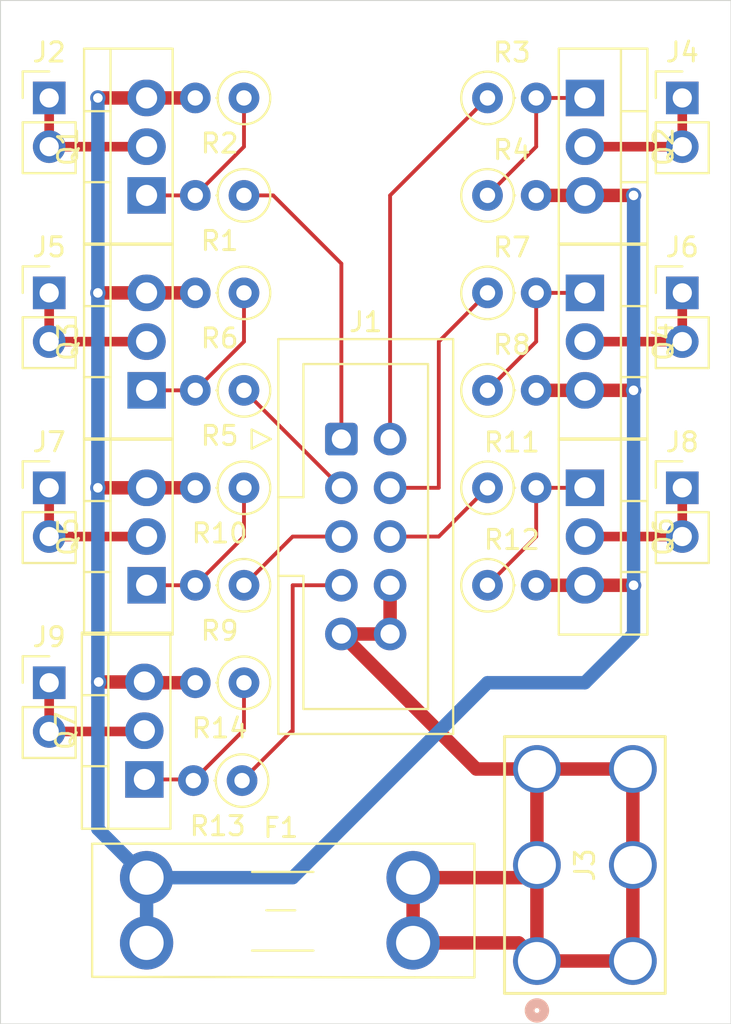
<source format=kicad_pcb>
(kicad_pcb (version 20241229) (generator "pcbnew") (generator_version "9.0")
  (layers (0 "F.Cu" signal) (2 "B.Cu" signal) (13 "F.Paste" user) (15 "B.Paste" user) (5 "F.SilkS" user "F.Silkscreen") (7 "B.SilkS" user "B.Silkscreen") (1 "F.Mask" user) (3 "B.Mask" user) (25 "Edge.Cuts" user))
  (net 0 "")
  (net 1 "GND")
  (net 2 "/Mosfet8ChannelSlice/MosfetChannel/m_gnd")
  (net 3 "/Mosfet8ChannelSlice/in6")
  (net 4 "/Mosfet8ChannelSlice/in1")
  (net 5 "/Mosfet8ChannelSlice/in3")
  (net 6 "/Mosfet8ChannelSlice/in4")
  (net 7 "/Mosfet8ChannelSlice/in7")
  (net 8 "/Mosfet8ChannelSlice/in5")
  (net 9 "/Mosfet8ChannelSlice/in2")
  (net 10 "/Mosfet8ChannelSlice/out7")
  (net 11 "/Mosfet8ChannelSlice/out4")
  (net 12 "/Mosfet8ChannelSlice/out6")
  (net 13 "/Mosfet8ChannelSlice/out3")
  (net 14 "/Mosfet8ChannelSlice/out1")
  (net 15 "/Mosfet8ChannelSlice/out2")
  (net 16 "/Mosfet8ChannelSlice/out5")
  (net 17 "/Mosfet8ChannelSlice/MosfetChannel/gate")
  (net 18 "/Mosfet8ChannelSlice/MosfetChannel1/gate")
  (net 19 "/Mosfet8ChannelSlice/MosfetChannel2/gate")
  (net 20 "/Mosfet8ChannelSlice/MosfetChannel3/gate")
  (net 21 "/Mosfet8ChannelSlice/MosfetChannel4/gate")
  (net 22 "/Mosfet8ChannelSlice/MosfetChannel5/gate")
  (net 23 "/Mosfet8ChannelSlice/MosfetChannel6/gate")
  (footprint "Connector_PinHeader_2.54mm:PinHeader_1x02_P2.54mm_Vertical" (layer "F.Cu") (at 60.96 33.02)
    (property "Reference" "J6" (at 0 -2.38 0) (layer "F.SilkS"))
    (property "Value" "Conn_01x02" (hide yes))
    (fp_line (start -1.38 -1.38) (end 0 -1.38) (stroke (width 0.12)) (layer "F.SilkS"))
    (fp_line (start -1.38 0) (end -1.38 -1.38) (stroke (width 0.12)) (layer "F.SilkS"))
    (fp_line (start -1.38 1.27) (end -1.38 3.92) (stroke (width 0.12)) (layer "F.SilkS"))
    (fp_line (start -1.38 1.27) (end 1.38 1.27) (stroke (width 0.12)) (layer "F.SilkS"))
    (fp_line (start -1.38 3.92) (end 1.38 3.92) (stroke (width 0.12)) (layer "F.SilkS"))
    (fp_line (start 1.38 1.27) (end 1.38 3.92) (stroke (width 0.12)) (layer "F.SilkS"))
    (pad "1" thru_hole rect (at 0 0) (size 1.7 1.7) (drill 1) (layers "*.Cu" "*.Mask") (net 11 "/Mosfet8ChannelSlice/out4"))
    (pad "2" thru_hole circle (at 0 2.54) (size 1.7 1.7) (drill 1) (layers "*.Cu" "*.Mask") (net 11 "/Mosfet8ChannelSlice/out4"))
  )
  (footprint "Connector_PinHeader_2.54mm:PinHeader_1x02_P2.54mm_Vertical" (layer "F.Cu") (at 27.94 22.86)
    (property "Reference" "J2" (at 0 -2.38 0) (layer "F.SilkS"))
    (property "Value" "Conn_01x02" (hide yes))
    (fp_line (start -1.38 -1.38) (end 0 -1.38) (stroke (width 0.12)) (layer "F.SilkS"))
    (fp_line (start -1.38 0) (end -1.38 -1.38) (stroke (width 0.12)) (layer "F.SilkS"))
    (fp_line (start -1.38 1.27) (end -1.38 3.92) (stroke (width 0.12)) (layer "F.SilkS"))
    (fp_line (start -1.38 1.27) (end 1.38 1.27) (stroke (width 0.12)) (layer "F.SilkS"))
    (fp_line (start -1.38 3.92) (end 1.38 3.92) (stroke (width 0.12)) (layer "F.SilkS"))
    (fp_line (start 1.38 1.27) (end 1.38 3.92) (stroke (width 0.12)) (layer "F.SilkS"))
    (pad "1" thru_hole rect (at 0 0) (size 1.7 1.7) (drill 1) (layers "*.Cu" "*.Mask") (net 14 "/Mosfet8ChannelSlice/out1"))
    (pad "2" thru_hole circle (at 0 2.54) (size 1.7 1.7) (drill 1) (layers "*.Cu" "*.Mask") (net 14 "/Mosfet8ChannelSlice/out1"))
  )
  (footprint "Connector_PinHeader_2.54mm:PinHeader_1x02_P2.54mm_Vertical" (layer "F.Cu") (at 60.96 43.18)
    (property "Reference" "J8" (at 0 -2.38 0) (layer "F.SilkS"))
    (property "Value" "Conn_01x02" (hide yes))
    (fp_line (start -1.38 -1.38) (end 0 -1.38) (stroke (width 0.12)) (layer "F.SilkS"))
    (fp_line (start -1.38 0) (end -1.38 -1.38) (stroke (width 0.12)) (layer "F.SilkS"))
    (fp_line (start -1.38 1.27) (end -1.38 3.92) (stroke (width 0.12)) (layer "F.SilkS"))
    (fp_line (start -1.38 1.27) (end 1.38 1.27) (stroke (width 0.12)) (layer "F.SilkS"))
    (fp_line (start -1.38 3.92) (end 1.38 3.92) (stroke (width 0.12)) (layer "F.SilkS"))
    (fp_line (start 1.38 1.27) (end 1.38 3.92) (stroke (width 0.12)) (layer "F.SilkS"))
    (pad "1" thru_hole rect (at 0 0) (size 1.7 1.7) (drill 1) (layers "*.Cu" "*.Mask") (net 12 "/Mosfet8ChannelSlice/out6"))
    (pad "2" thru_hole circle (at 0 2.54) (size 1.7 1.7) (drill 1) (layers "*.Cu" "*.Mask") (net 12 "/Mosfet8ChannelSlice/out6"))
  )
  (footprint "Resistor_THT:R_Axial_DIN0207_L6.3mm_D2.5mm_P2.54mm_Vertical" (layer "F.Cu") (at 50.8 48.26)
    (property "Reference" "R12" (at 1.27 -2.37 0) (layer "F.SilkS"))
    (property "Value" "100K")
    (fp_line (start 1.37 0) (end 1.44 0) (stroke (width 0.12)) (layer "F.SilkS"))
    (fp_circle (center 0 0) (end 1.37 0) (stroke (width 0.12)) (fill no) (layer "F.SilkS"))
    (pad "1" thru_hole circle (at 0 0) (size 1.6 1.6) (drill 0.8) (layers "*.Cu" "*.Mask") (net 22 "/Mosfet8ChannelSlice/MosfetChannel5/gate"))
    (pad "2" thru_hole circle (at 2.54 0) (size 1.6 1.6) (drill 0.8) (layers "*.Cu" "*.Mask") (net 2 "/Mosfet8ChannelSlice/MosfetChannel/m_gnd"))
  )
  (footprint "Package_TO_SOT_THT:TO-220-3_Vertical" (layer "F.Cu") (at 32.905 58.380002 90)
    (property "Reference" "Q7" (at 2.54 -4.100001 90) (layer "F.SilkS"))
    (property "Value" "IRLZ44N" (hide yes))
    (fp_line (start 7.649999 -3.260001) (end 7.650001 1.359997) (stroke (width 0.12)) (layer "F.SilkS"))
    (fp_line (start 4.39 -3.259999) (end 4.390001 -1.879999) (stroke (width 0.12)) (layer "F.SilkS"))
    (fp_line (start -2.569999 -3.259999) (end 7.649999 -3.260001) (stroke (width 0.12)) (layer "F.SilkS"))
    (fp_line (start 0.690002 -3.259998) (end 0.69 -1.880002) (stroke (width 0.12)) (layer "F.SilkS"))
    (fp_line (start -2.57 -1.879998) (end 7.650001 -1.879999) (stroke (width 0.12)) (layer "F.SilkS"))
    (fp_line (start 7.650001 1.359997) (end -2.57 1.360001) (stroke (width 0.12)) (layer "F.SilkS"))
    (fp_line (start -2.57 1.360001) (end -2.569999 -3.259999) (stroke (width 0.12)) (layer "F.SilkS"))
    (pad "1" thru_hole rect (at 0 0 90) (size 1.905 2) (drill 1.1) (layers "*.Cu" "*.Mask") (net 23 "/Mosfet8ChannelSlice/MosfetChannel6/gate"))
    (pad "2" thru_hole oval (at 2.540002 -0.000003 90) (size 1.905 2) (drill 1.1) (layers "*.Cu" "*.Mask") (net 10 "/Mosfet8ChannelSlice/out7"))
    (pad "3" thru_hole oval (at 5.08 0 90) (size 1.905 2) (drill 1.1) (layers "*.Cu" "*.Mask") (net 2 "/Mosfet8ChannelSlice/MosfetChannel/m_gnd"))
  )
  (footprint "Resistor_THT:R_Axial_DIN0207_L6.3mm_D2.5mm_P2.54mm_Vertical" (layer "F.Cu") (at 37.999998 58.440001 180)
    (property "Reference" "R13" (at 1.27 -2.369999 0) (layer "F.SilkS"))
    (property "Value" "47R")
    (fp_line (start 1.37 0) (end 1.440003 -0.000001) (stroke (width 0.12)) (layer "F.SilkS"))
    (fp_circle (center 0 0) (end 1.37 0) (stroke (width 0.12)) (fill no) (layer "F.SilkS"))
    (pad "1" thru_hole circle (at 0 0 180) (size 1.6 1.6) (drill 0.8) (layers "*.Cu" "*.Mask") (net 7 "/Mosfet8ChannelSlice/in7"))
    (pad "2" thru_hole circle (at 2.540002 -0.000003 180) (size 1.6 1.6) (drill 0.8) (layers "*.Cu" "*.Mask") (net 23 "/Mosfet8ChannelSlice/MosfetChannel6/gate"))
  )
  (footprint "Connector_IDC:IDC-Header_2x05_P2.54mm_Vertical" (layer "F.Cu") (at 43.18 40.64)
    (property "Reference" "J1" (at 1.27 -6.1 0) (layer "F.SilkS"))
    (property "Value" "Inputs 1-7")
    (fp_line (start -4.68 -0.5) (end -4.68 0.5) (stroke (width 0.12)) (layer "F.SilkS"))
    (fp_line (start -4.68 0.5) (end -3.68 0) (stroke (width 0.12)) (layer "F.SilkS"))
    (fp_line (start -3.68 0) (end -4.68 -0.5) (stroke (width 0.12)) (layer "F.SilkS"))
    (fp_line (start -3.29 -5.21) (end 5.83 -5.21) (stroke (width 0.12)) (layer "F.SilkS"))
    (fp_line (start -3.29 3.03) (end -1.98 3.03) (stroke (width 0.12)) (layer "F.SilkS"))
    (fp_line (start -3.29 15.37) (end -3.29 -5.21) (stroke (width 0.12)) (layer "F.SilkS"))
    (fp_line (start -1.98 -3.91) (end 4.52 -3.91) (stroke (width 0.12)) (layer "F.SilkS"))
    (fp_line (start -1.98 3.03) (end -1.98 -3.91) (stroke (width 0.12)) (layer "F.SilkS"))
    (fp_line (start -1.98 7.13) (end -3.29 7.13) (stroke (width 0.12)) (layer "F.SilkS"))
    (fp_line (start -1.98 7.13) (end -1.98 7.13) (stroke (width 0.12)) (layer "F.SilkS"))
    (fp_line (start -1.98 14.07) (end -1.98 7.13) (stroke (width 0.12)) (layer "F.SilkS"))
    (fp_line (start 4.52 -3.91) (end 4.52 14.07) (stroke (width 0.12)) (layer "F.SilkS"))
    (fp_line (start 4.52 14.07) (end -1.98 14.07) (stroke (width 0.12)) (layer "F.SilkS"))
    (fp_line (start 5.83 -5.21) (end 5.83 15.37) (stroke (width 0.12)) (layer "F.SilkS"))
    (fp_line (start 5.83 15.37) (end -3.29 15.37) (stroke (width 0.12)) (layer "F.SilkS"))
    (pad "1" thru_hole roundrect (at 0 0) (size 1.7 1.7) (drill 1) (layers "*.Cu" "*.Mask") (roundrect_rratio 0.147059) (net 4 "/Mosfet8ChannelSlice/in1"))
    (pad "2" thru_hole circle (at 2.54 0) (size 1.7 1.7) (drill 1) (layers "*.Cu" "*.Mask") (net 9 "/Mosfet8ChannelSlice/in2"))
    (pad "3" thru_hole circle (at 0 2.54) (size 1.7 1.7) (drill 1) (layers "*.Cu" "*.Mask") (net 5 "/Mosfet8ChannelSlice/in3"))
    (pad "4" thru_hole circle (at 2.54 2.54) (size 1.7 1.7) (drill 1) (layers "*.Cu" "*.Mask") (net 6 "/Mosfet8ChannelSlice/in4"))
    (pad "5" thru_hole circle (at 0 5.08) (size 1.7 1.7) (drill 1) (layers "*.Cu" "*.Mask") (net 8 "/Mosfet8ChannelSlice/in5"))
    (pad "6" thru_hole circle (at 2.54 5.08) (size 1.7 1.7) (drill 1) (layers "*.Cu" "*.Mask") (net 3 "/Mosfet8ChannelSlice/in6"))
    (pad "7" thru_hole circle (at 0 7.62) (size 1.7 1.7) (drill 1) (layers "*.Cu" "*.Mask") (net 7 "/Mosfet8ChannelSlice/in7"))
    (pad "8" thru_hole circle (at 2.54 7.62) (size 1.7 1.7) (drill 1) (layers "*.Cu" "*.Mask") (net 1 "GND"))
    (pad "9" thru_hole circle (at 0 10.16) (size 1.7 1.7) (drill 1) (layers "*.Cu" "*.Mask") (net 1 "GND"))
    (pad "10" thru_hole circle (at 2.54 10.16) (size 1.7 1.7) (drill 1) (layers "*.Cu" "*.Mask") (net 1 "GND"))
  )
  (footprint "Resistor_THT:R_Axial_DIN0207_L6.3mm_D2.5mm_P2.54mm_Vertical" (layer "F.Cu") (at 38.099998 27.939998 180)
    (property "Reference" "R1" (at 1.270002 -2.370001 0) (layer "F.SilkS"))
    (property "Value" "47R")
    (fp_line (start 1.37 0) (end 1.440003 -0.000001) (stroke (width 0.12)) (layer "F.SilkS"))
    (fp_circle (center 0 0) (end 1.37 0) (stroke (width 0.12)) (fill no) (layer "F.SilkS"))
    (pad "1" thru_hole circle (at 0 0 180) (size 1.6 1.6) (drill 0.8) (layers "*.Cu" "*.Mask") (net 4 "/Mosfet8ChannelSlice/in1"))
    (pad "2" thru_hole circle (at 2.540003 0.000001 180) (size 1.6 1.6) (drill 0.8) (layers "*.Cu" "*.Mask") (net 17 "/Mosfet8ChannelSlice/MosfetChannel/gate"))
  )
  (footprint "Package_TO_SOT_THT:TO-220-3_Vertical" (layer "F.Cu") (at 55.88 22.86 -90)
    (property "Reference" "Q2" (at 2.54 -4.100001 90) (layer "F.SilkS"))
    (property "Value" "IRLZ44N")
    (fp_line (start 7.650001 1.36) (end -2.57 1.359999) (stroke (width 0.12)) (layer "F.SilkS"))
    (fp_line (start -2.57 1.359999) (end -2.57 -3.260001) (stroke (width 0.12)) (layer "F.SilkS"))
    (fp_line (start -2.57 -1.879998) (end 7.649999 -1.88) (stroke (width 0.12)) (layer "F.SilkS"))
    (fp_line (start 4.39 -3.259999) (end 4.389999 -1.88) (stroke (width 0.12)) (layer "F.SilkS"))
    (fp_line (start 0.69 -3.26) (end 0.690001 -1.88) (stroke (width 0.12)) (layer "F.SilkS"))
    (fp_line (start 7.650001 -3.26) (end 7.650001 1.36) (stroke (width 0.12)) (layer "F.SilkS"))
    (fp_line (start -2.57 -3.260001) (end 7.650001 -3.26) (stroke (width 0.12)) (layer "F.SilkS"))
    (pad "1" thru_hole rect (at 0 0 270) (size 1.905 2) (drill 1.1) (layers "*.Cu" "*.Mask") (net 18 "/Mosfet8ChannelSlice/MosfetChannel1/gate"))
    (pad "2" thru_hole oval (at 2.540001 -0.000001 270) (size 1.905 2) (drill 1.1) (layers "*.Cu" "*.Mask") (net 15 "/Mosfet8ChannelSlice/out2"))
    (pad "3" thru_hole oval (at 5.08 0 270) (size 1.905 2) (drill 1.1) (layers "*.Cu" "*.Mask") (net 2 "/Mosfet8ChannelSlice/MosfetChannel/m_gnd"))
  )
  (footprint "Package_TO_SOT_THT:TO-220-3_Vertical" (layer "F.Cu") (at 33.02 38.1 90)
    (property "Reference" "Q3" (at 2.54 -4.100001 90) (layer "F.SilkS"))
    (property "Value" "IRLZ44N")
    (fp_line (start 7.649999 -3.260001) (end 7.65 1.359999) (stroke (width 0.12)) (layer "F.SilkS"))
    (fp_line (start 4.39 -3.259999) (end 4.390001 -1.88) (stroke (width 0.12)) (layer "F.SilkS"))
    (fp_line (start -2.569999 -3.259999) (end 7.649999 -3.260001) (stroke (width 0.12)) (layer "F.SilkS"))
    (fp_line (start 0.690002 -3.259998) (end 0.69 -1.880002) (stroke (width 0.12)) (layer "F.SilkS"))
    (fp_line (start -2.57 -1.879998) (end 7.650001 -1.879999) (stroke (width 0.12)) (layer "F.SilkS"))
    (fp_line (start 7.65 1.359999) (end -2.57 1.360001) (stroke (width 0.12)) (layer "F.SilkS"))
    (fp_line (start -2.57 1.360001) (end -2.569999 -3.259999) (stroke (width 0.12)) (layer "F.SilkS"))
    (pad "1" thru_hole rect (at 0 0 90) (size 1.905 2) (drill 1.1) (layers "*.Cu" "*.Mask") (net 19 "/Mosfet8ChannelSlice/MosfetChannel2/gate"))
    (pad "2" thru_hole oval (at 2.540002 -0.000003 90) (size 1.905 2) (drill 1.1) (layers "*.Cu" "*.Mask") (net 13 "/Mosfet8ChannelSlice/out3"))
    (pad "3" thru_hole oval (at 5.08 0 90) (size 1.905 2) (drill 1.1) (layers "*.Cu" "*.Mask") (net 2 "/Mosfet8ChannelSlice/MosfetChannel/m_gnd"))
  )
  (footprint "Resistor_THT:R_Axial_DIN0207_L6.3mm_D2.5mm_P2.54mm_Vertical" (layer "F.Cu") (at 50.8 27.94)
    (property "Reference" "R4" (at 1.27 -2.37 0) (layer "F.SilkS"))
    (property "Value" "100K")
    (fp_line (start 1.37 0) (end 1.44 0) (stroke (width 0.12)) (layer "F.SilkS"))
    (fp_circle (center 0 0) (end 1.37 0) (stroke (width 0.12)) (fill no) (layer "F.SilkS"))
    (pad "1" thru_hole circle (at 0 0) (size 1.6 1.6) (drill 0.8) (layers "*.Cu" "*.Mask") (net 18 "/Mosfet8ChannelSlice/MosfetChannel1/gate"))
    (pad "2" thru_hole circle (at 2.54 0) (size 1.6 1.6) (drill 0.8) (layers "*.Cu" "*.Mask") (net 2 "/Mosfet8ChannelSlice/MosfetChannel/m_gnd"))
  )
  (footprint "Resistor_THT:R_Axial_DIN0207_L6.3mm_D2.5mm_P2.54mm_Vertical" (layer "F.Cu") (at 38.1 53.34 180)
    (property "Reference" "R14" (at 1.27 -2.369999 0) (layer "F.SilkS"))
    (property "Value" "100K")
    (fp_line (start 1.37 0) (end 1.440003 -0.000001) (stroke (width 0.12)) (layer "F.SilkS"))
    (fp_circle (center 0 0) (end 1.37 0) (stroke (width 0.12)) (fill no) (layer "F.SilkS"))
    (pad "1" thru_hole circle (at 0 0 180) (size 1.6 1.6) (drill 0.8) (layers "*.Cu" "*.Mask") (net 23 "/Mosfet8ChannelSlice/MosfetChannel6/gate"))
    (pad "2" thru_hole circle (at 2.540002 -0.000003 180) (size 1.6 1.6) (drill 0.8) (layers "*.Cu" "*.Mask") (net 2 "/Mosfet8ChannelSlice/MosfetChannel/m_gnd"))
  )
  (footprint "Resistor_THT:R_Axial_DIN0207_L6.3mm_D2.5mm_P2.54mm_Vertical" (layer "F.Cu") (at 38.099998 48.259998 180)
    (property "Reference" "R9" (at 1.270002 -2.370001 0) (layer "F.SilkS"))
    (property "Value" "47R" (hide yes))
    (fp_line (start 1.37 0) (end 1.440003 -0.000001) (stroke (width 0.12)) (layer "F.SilkS"))
    (fp_circle (center 0 0) (end 1.37 0) (stroke (width 0.12)) (fill no) (layer "F.SilkS"))
    (pad "1" thru_hole circle (at 0 0 180) (size 1.6 1.6) (drill 0.8) (layers "*.Cu" "*.Mask") (net 8 "/Mosfet8ChannelSlice/in5"))
    (pad "2" thru_hole circle (at 2.540003 0.000001 180) (size 1.6 1.6) (drill 0.8) (layers "*.Cu" "*.Mask") (net 21 "/Mosfet8ChannelSlice/MosfetChannel4/gate"))
  )
  (footprint "Connector_PinHeader_2.54mm:PinHeader_1x02_P2.54mm_Vertical" (layer "F.Cu") (at 27.94 43.18)
    (property "Reference" "J7" (at 0 -2.38 0) (layer "F.SilkS"))
    (property "Value" "Conn_01x02" (hide yes))
    (fp_line (start -1.38 -1.38) (end 0 -1.38) (stroke (width 0.12)) (layer "F.SilkS"))
    (fp_line (start -1.38 0) (end -1.38 -1.38) (stroke (width 0.12)) (layer "F.SilkS"))
    (fp_line (start -1.38 1.27) (end -1.38 3.92) (stroke (width 0.12)) (layer "F.SilkS"))
    (fp_line (start -1.38 1.27) (end 1.38 1.27) (stroke (width 0.12)) (layer "F.SilkS"))
    (fp_line (start -1.38 3.92) (end 1.38 3.92) (stroke (width 0.12)) (layer "F.SilkS"))
    (fp_line (start 1.38 1.27) (end 1.38 3.92) (stroke (width 0.12)) (layer "F.SilkS"))
    (pad "1" thru_hole rect (at 0 0) (size 1.7 1.7) (drill 1) (layers "*.Cu" "*.Mask") (net 16 "/Mosfet8ChannelSlice/out5"))
    (pad "2" thru_hole circle (at 0 2.54) (size 1.7 1.7) (drill 1) (layers "*.Cu" "*.Mask") (net 16 "/Mosfet8ChannelSlice/out5"))
  )
  (footprint "Connector_PinHeader_2.54mm:PinHeader_1x02_P2.54mm_Vertical" (layer "F.Cu") (at 60.96 22.86)
    (property "Reference" "J4" (at 0 -2.38 0) (layer "F.SilkS"))
    (property "Value" "Conn_01x02" (hide yes))
    (fp_line (start -1.38 -1.38) (end 0 -1.38) (stroke (width 0.12)) (layer "F.SilkS"))
    (fp_line (start -1.38 0) (end -1.38 -1.38) (stroke (width 0.12)) (layer "F.SilkS"))
    (fp_line (start -1.38 1.27) (end -1.38 3.92) (stroke (width 0.12)) (layer "F.SilkS"))
    (fp_line (start -1.38 1.27) (end 1.38 1.27) (stroke (width 0.12)) (layer "F.SilkS"))
    (fp_line (start -1.38 3.92) (end 1.38 3.92) (stroke (width 0.12)) (layer "F.SilkS"))
    (fp_line (start 1.38 1.27) (end 1.38 3.92) (stroke (width 0.12)) (layer "F.SilkS"))
    (pad "1" thru_hole rect (at 0 0) (size 1.7 1.7) (drill 1) (layers "*.Cu" "*.Mask") (net 15 "/Mosfet8ChannelSlice/out2"))
    (pad "2" thru_hole circle (at 0 2.54) (size 1.7 1.7) (drill 1) (layers "*.Cu" "*.Mask") (net 15 "/Mosfet8ChannelSlice/out2"))
  )
  (footprint "Resistor_THT:R_Axial_DIN0207_L6.3mm_D2.5mm_P2.54mm_Vertical" (layer "F.Cu") (at 50.8 43.18)
    (property "Reference" "R11" (at 1.27 -2.37 0) (layer "F.SilkS"))
    (property "Value" "47R" (hide yes))
    (fp_line (start 1.37 0) (end 1.44 0) (stroke (width 0.12)) (layer "F.SilkS"))
    (fp_circle (center 0 0) (end 1.37 0) (stroke (width 0.12)) (fill no) (layer "F.SilkS"))
    (pad "1" thru_hole circle (at 0 0) (size 1.6 1.6) (drill 0.8) (layers "*.Cu" "*.Mask") (net 3 "/Mosfet8ChannelSlice/in6"))
    (pad "2" thru_hole circle (at 2.54 0) (size 1.6 1.6) (drill 0.8) (layers "*.Cu" "*.Mask") (net 22 "/Mosfet8ChannelSlice/MosfetChannel5/gate"))
  )
  (footprint "Package_TO_SOT_THT:TO-220-3_Vertical" (layer "F.Cu") (at 33.02 27.94 90)
    (property "Reference" "Q1" (at 2.54 -4.100001 90) (layer "F.SilkS"))
    (property "Value" "IRLZ44N")
    (fp_line (start 7.649999 -3.260001) (end 7.65 1.359999) (stroke (width 0.12)) (layer "F.SilkS"))
    (fp_line (start 4.39 -3.259999) (end 4.390001 -1.88) (stroke (width 0.12)) (layer "F.SilkS"))
    (fp_line (start -2.569999 -3.259999) (end 7.649999 -3.260001) (stroke (width 0.12)) (layer "F.SilkS"))
    (fp_line (start 0.690002 -3.259998) (end 0.69 -1.880002) (stroke (width 0.12)) (layer "F.SilkS"))
    (fp_line (start -2.57 -1.879998) (end 7.650001 -1.879999) (stroke (width 0.12)) (layer "F.SilkS"))
    (fp_line (start 7.65 1.359999) (end -2.57 1.360001) (stroke (width 0.12)) (layer "F.SilkS"))
    (fp_line (start -2.57 1.360001) (end -2.569999 -3.259999) (stroke (width 0.12)) (layer "F.SilkS"))
    (pad "1" thru_hole rect (at 0 0 90) (size 1.905 2) (drill 1.1) (layers "*.Cu" "*.Mask") (net 17 "/Mosfet8ChannelSlice/MosfetChannel/gate"))
    (pad "2" thru_hole oval (at 2.540002 -0.000003 90) (size 1.905 2) (drill 1.1) (layers "*.Cu" "*.Mask") (net 14 "/Mosfet8ChannelSlice/out1"))
    (pad "3" thru_hole oval (at 5.08 0 90) (size 1.905 2) (drill 1.1) (layers "*.Cu" "*.Mask") (net 2 "/Mosfet8ChannelSlice/MosfetChannel/m_gnd"))
  )
  (footprint "Resistor_THT:R_Axial_DIN0207_L6.3mm_D2.5mm_P2.54mm_Vertical" (layer "F.Cu") (at 38.1 43.18 180)
    (property "Reference" "R10" (at 1.270002 -2.370001 0) (layer "F.SilkS"))
    (property "Value" "100K")
    (fp_line (start 1.37 0) (end 1.440003 -0.000001) (stroke (width 0.12)) (layer "F.SilkS"))
    (fp_circle (center 0 0) (end 1.37 0) (stroke (width 0.12)) (fill no) (layer "F.SilkS"))
    (pad "1" thru_hole circle (at 0 0 180) (size 1.6 1.6) (drill 0.8) (layers "*.Cu" "*.Mask") (net 21 "/Mosfet8ChannelSlice/MosfetChannel4/gate"))
    (pad "2" thru_hole circle (at 2.540003 0.000001 180) (size 1.6 1.6) (drill 0.8) (layers "*.Cu" "*.Mask") (net 2 "/Mosfet8ChannelSlice/MosfetChannel/m_gnd"))
  )
  (footprint "CustomLibrary:AliExpressFuseHolder" (layer "F.Cu") (at 40.64 66.04)
    (property "Reference" "F1" (at -0.62 -5.14 0) (layer "F.SilkS"))
    (property "Value" "ATO/ATC 3-5A")
    (fp_line (start -10.46 -4.31) (end -10.46 2.63) (stroke (width 0.12)) (layer "F.SilkS"))
    (fp_line (start -10.46 2.63) (end 9.48 2.66) (stroke (width 0.12)) (layer "F.SilkS"))
    (fp_line (start -2.12 -2.84) (end 1.08 -2.84) (stroke (width 0.12)) (layer "F.SilkS"))
    (fp_line (start -1.37 -0.84) (end 0.13 -0.84) (stroke (width 0.12)) (layer "F.SilkS"))
    (fp_line (start 1.08 1.26) (end -2.12 1.26) (stroke (width 0.12)) (layer "F.SilkS"))
    (fp_line (start 9.48 -4.31) (end -10.46 -4.31) (stroke (width 0.12)) (layer "F.SilkS"))
    (fp_line (start 9.48 2.66) (end 9.48 -4.28) (stroke (width 0.12)) (layer "F.SilkS"))
    (pad "1" thru_hole circle (at -7.62 -2.54) (size 2.78 2.78) (drill 1.78) (layers "*.Cu" "*.Mask") (net 2 "/Mosfet8ChannelSlice/MosfetChannel/m_gnd"))
    (pad "1" thru_hole circle (at -7.62 0.86) (size 2.78 2.78) (drill 1.78) (layers "*.Cu" "*.Mask") (net 2 "/Mosfet8ChannelSlice/MosfetChannel/m_gnd"))
    (pad "2" thru_hole circle (at 6.28 -2.54) (size 2.78 2.78) (drill 1.78) (layers "*.Cu" "*.Mask") (net 1 "GND"))
    (pad "2" thru_hole circle (at 6.28 0.86) (size 2.78 2.78) (drill 1.78) (layers "*.Cu" "*.Mask") (net 1 "GND"))
  )
  (footprint "Package_TO_SOT_THT:TO-220-3_Vertical" (layer "F.Cu") (at 55.88 43.18 -90)
    (property "Reference" "Q6" (at 2.54 -4.100001 90) (layer "F.SilkS"))
    (property "Value" "IRLZ44N" (hide yes))
    (fp_line (start 7.650001 1.36) (end -2.57 1.359999) (stroke (width 0.12)) (layer "F.SilkS"))
    (fp_line (start -2.57 1.359999) (end -2.57 -3.260001) (stroke (width 0.12)) (layer "F.SilkS"))
    (fp_line (start -2.57 -1.879998) (end 7.649999 -1.88) (stroke (width 0.12)) (layer "F.SilkS"))
    (fp_line (start 4.39 -3.259999) (end 4.389999 -1.88) (stroke (width 0.12)) (layer "F.SilkS"))
    (fp_line (start 0.69 -3.26) (end 0.690001 -1.88) (stroke (width 0.12)) (layer "F.SilkS"))
    (fp_line (start 7.650001 -3.26) (end 7.650001 1.36) (stroke (width 0.12)) (layer "F.SilkS"))
    (fp_line (start -2.57 -3.260001) (end 7.650001 -3.26) (stroke (width 0.12)) (layer "F.SilkS"))
    (pad "1" thru_hole rect (at 0 0 270) (size 1.905 2) (drill 1.1) (layers "*.Cu" "*.Mask") (net 22 "/Mosfet8ChannelSlice/MosfetChannel5/gate"))
    (pad "2" thru_hole oval (at 2.540001 -0.000001 270) (size 1.905 2) (drill 1.1) (layers "*.Cu" "*.Mask") (net 12 "/Mosfet8ChannelSlice/out6"))
    (pad "3" thru_hole oval (at 5.08 0 270) (size 1.905 2) (drill 1.1) (layers "*.Cu" "*.Mask") (net 2 "/Mosfet8ChannelSlice/MosfetChannel/m_gnd"))
  )
  (footprint "Resistor_THT:R_Axial_DIN0207_L6.3mm_D2.5mm_P2.54mm_Vertical" (layer "F.Cu") (at 38.1 22.859999 180)
    (property "Reference" "R2" (at 1.270002 -2.370001 0) (layer "F.SilkS"))
    (property "Value" "100K")
    (fp_line (start 1.37 0) (end 1.440003 -0.000001) (stroke (width 0.12)) (layer "F.SilkS"))
    (fp_circle (center 0 0) (end 1.37 0) (stroke (width 0.12)) (fill no) (layer "F.SilkS"))
    (pad "1" thru_hole circle (at 0 0 180) (size 1.6 1.6) (drill 0.8) (layers "*.Cu" "*.Mask") (net 17 "/Mosfet8ChannelSlice/MosfetChannel/gate"))
    (pad "2" thru_hole circle (at 2.540003 0.000001 180) (size 1.6 1.6) (drill 0.8) (layers "*.Cu" "*.Mask") (net 2 "/Mosfet8ChannelSlice/MosfetChannel/m_gnd"))
  )
  (footprint "Connector_PinHeader_2.54mm:PinHeader_1x02_P2.54mm_Vertical" (layer "F.Cu") (at 27.94 53.34)
    (property "Reference" "J9" (at 0 -2.38 0) (layer "F.SilkS"))
    (property "Value" "Conn_01x02" (hide yes))
    (fp_line (start -1.38 -1.38) (end 0 -1.38) (stroke (width 0.12)) (layer "F.SilkS"))
    (fp_line (start -1.38 0) (end -1.38 -1.38) (stroke (width 0.12)) (layer "F.SilkS"))
    (fp_line (start -1.38 1.27) (end -1.38 3.92) (stroke (width 0.12)) (layer "F.SilkS"))
    (fp_line (start -1.38 1.27) (end 1.38 1.27) (stroke (width 0.12)) (layer "F.SilkS"))
    (fp_line (start -1.38 3.92) (end 1.38 3.92) (stroke (width 0.12)) (layer "F.SilkS"))
    (fp_line (start 1.38 1.27) (end 1.38 3.92) (stroke (width 0.12)) (layer "F.SilkS"))
    (pad "1" thru_hole rect (at 0 0) (size 1.7 1.7) (drill 1) (layers "*.Cu" "*.Mask") (net 10 "/Mosfet8ChannelSlice/out7"))
    (pad "2" thru_hole circle (at 0 2.54) (size 1.7 1.7) (drill 1) (layers "*.Cu" "*.Mask") (net 10 "/Mosfet8ChannelSlice/out7"))
  )
  (footprint "Package_TO_SOT_THT:TO-220-3_Vertical" (layer "F.Cu") (at 33.02 48.26 90)
    (property "Reference" "Q5" (at 2.54 -4.100001 90) (layer "F.SilkS"))
    (property "Value" "IRLZ44N" (hide yes))
    (fp_line (start 7.649999 -3.260001) (end 7.650001 1.359997) (stroke (width 0.12)) (layer "F.SilkS"))
    (fp_line (start 4.39 -3.259999) (end 4.390001 -1.88) (stroke (width 0.12)) (layer "F.SilkS"))
    (fp_line (start -2.569999 -3.259999) (end 7.649999 -3.260001) (stroke (width 0.12)) (layer "F.SilkS"))
    (fp_line (start 0.690002 -3.259998) (end 0.69 -1.880002) (stroke (width 0.12)) (layer "F.SilkS"))
    (fp_line (start -2.57 -1.879998) (end 7.650001 -1.879999) (stroke (width 0.12)) (layer "F.SilkS"))
    (fp_line (start 7.650001 1.359997) (end -2.57 1.360001) (stroke (width 0.12)) (layer "F.SilkS"))
    (fp_line (start -2.57 1.360001) (end -2.569999 -3.259999) (stroke (width 0.12)) (layer "F.SilkS"))
    (pad "1" thru_hole rect (at 0 0 90) (size 1.905 2) (drill 1.1) (layers "*.Cu" "*.Mask") (net 21 "/Mosfet8ChannelSlice/MosfetChannel4/gate"))
    (pad "2" thru_hole oval (at 2.540002 -0.000003 90) (size 1.905 2) (drill 1.1) (layers "*.Cu" "*.Mask") (net 16 "/Mosfet8ChannelSlice/out5"))
    (pad "3" thru_hole oval (at 5.08 0 90) (size 1.905 2) (drill 1.1) (layers "*.Cu" "*.Mask") (net 2 "/Mosfet8ChannelSlice/MosfetChannel/m_gnd"))
  )
  (footprint "Package_TO_SOT_THT:TO-220-3_Vertical" (layer "F.Cu") (at 55.88 33.02 -90)
    (property "Reference" "Q4" (at 2.54 -4.100001 90) (layer "F.SilkS"))
    (property "Value" "IRLZ44N" (hide yes))
    (fp_line (start -2.57 1.359999) (end -2.57 -3.260001) (stroke (width 0.12)) (layer "F.SilkS"))
    (fp_line (start 7.65 1.359999) (end -2.57 1.359999) (stroke (width 0.12)) (layer "F.SilkS"))
    (fp_line (start -2.57 -1.879998) (end 7.649999 -1.88) (stroke (width 0.12)) (layer "F.SilkS"))
    (fp_line (start 4.39 -3.259999) (end 4.389999 -1.88) (stroke (width 0.12)) (layer "F.SilkS"))
    (fp_line (start 0.69 -3.26) (end 0.690001 -1.88) (stroke (width 0.12)) (layer "F.SilkS"))
    (fp_line (start 7.650001 -3.26) (end 7.65 1.359999) (stroke (width 0.12)) (layer "F.SilkS"))
    (fp_line (start -2.57 -3.260001) (end 7.650001 -3.26) (stroke (width 0.12)) (layer "F.SilkS"))
    (pad "1" thru_hole rect (at 0 0 270) (size 1.905 2) (drill 1.1) (layers "*.Cu" "*.Mask") (net 20 "/Mosfet8ChannelSlice/MosfetChannel3/gate"))
    (pad "2" thru_hole oval (at 2.540001 -0.000001 270) (size 1.905 2) (drill 1.1) (layers "*.Cu" "*.Mask") (net 11 "/Mosfet8ChannelSlice/out4"))
    (pad "3" thru_hole oval (at 5.08 0 270) (size 1.905 2) (drill 1.1) (layers "*.Cu" "*.Mask") (net 2 "/Mosfet8ChannelSlice/MosfetChannel/m_gnd"))
  )
  (footprint "Resistor_THT:R_Axial_DIN0207_L6.3mm_D2.5mm_P2.54mm_Vertical" (layer "F.Cu") (at 38.100002 33.020003 180)
    (property "Reference" "R6" (at 1.270002 -2.370001 0) (layer "F.SilkS"))
    (property "Value" "100K")
    (fp_line (start 1.37 0) (end 1.440003 -0.000001) (stroke (width 0.12)) (layer "F.SilkS"))
    (fp_circle (center 0 0) (end 1.37 0) (stroke (width 0.12)) (fill no) (layer "F.SilkS"))
    (pad "1" thru_hole circle (at 0 0 180) (size 1.6 1.6) (drill 0.8) (layers "*.Cu" "*.Mask") (net 19 "/Mosfet8ChannelSlice/MosfetChannel2/gate"))
    (pad "2" thru_hole circle (at 2.540003 0.000001 180) (size 1.6 1.6) (drill 0.8) (layers "*.Cu" "*.Mask") (net 2 "/Mosfet8ChannelSlice/MosfetChannel/m_gnd"))
  )
  (footprint "Resistor_THT:R_Axial_DIN0207_L6.3mm_D2.5mm_P2.54mm_Vertical" (layer "F.Cu") (at 38.100001 38.100002 180)
    (property "Reference" "R5" (at 1.270002 -2.370001 0) (layer "F.SilkS"))
    (property "Value" "47R")
    (fp_line (start 1.37 0) (end 1.440003 -0.000001) (stroke (width 0.12)) (layer "F.SilkS"))
    (fp_circle (center 0 0) (end 1.37 0) (stroke (width 0.12)) (fill no) (layer "F.SilkS"))
    (pad "1" thru_hole circle (at 0 0 180) (size 1.6 1.6) (drill 0.8) (layers "*.Cu" "*.Mask") (net 5 "/Mosfet8ChannelSlice/in3"))
    (pad "2" thru_hole circle (at 2.540003 0.000001 180) (size 1.6 1.6) (drill 0.8) (layers "*.Cu" "*.Mask") (net 19 "/Mosfet8ChannelSlice/MosfetChannel2/gate"))
  )
  (footprint "Connector_PinHeader_2.54mm:PinHeader_1x02_P2.54mm_Vertical" (layer "F.Cu") (at 27.94 33.02)
    (property "Reference" "J5" (at 0 -2.38 0) (layer "F.SilkS"))
    (property "Value" "Conn_01x02" (hide yes))
    (fp_line (start -1.38 -1.38) (end 0 -1.38) (stroke (width 0.12)) (layer "F.SilkS"))
    (fp_line (start -1.38 0) (end -1.38 -1.38) (stroke (width 0.12)) (layer "F.SilkS"))
    (fp_line (start -1.38 1.27) (end -1.38 3.92) (stroke (width 0.12)) (layer "F.SilkS"))
    (fp_line (start -1.38 1.27) (end 1.38 1.27) (stroke (width 0.12)) (layer "F.SilkS"))
    (fp_line (start -1.38 3.92) (end 1.38 3.92) (stroke (width 0.12)) (layer "F.SilkS"))
    (fp_line (start 1.38 1.27) (end 1.38 3.92) (stroke (width 0.12)) (layer "F.SilkS"))
    (pad "1" thru_hole rect (at 0 0) (size 1.7 1.7) (drill 1) (layers "*.Cu" "*.Mask") (net 13 "/Mosfet8ChannelSlice/out3"))
    (pad "2" thru_hole circle (at 0 2.54) (size 1.7 1.7) (drill 1) (layers "*.Cu" "*.Mask") (net 13 "/Mosfet8ChannelSlice/out3"))
  )
  (footprint "Resistor_THT:R_Axial_DIN0207_L6.3mm_D2.5mm_P2.54mm_Vertical" (layer "F.Cu") (at 50.8 38.1)
    (property "Reference" "R8" (at 1.27 -2.37 0) (layer "F.SilkS"))
    (property "Value" "100K")
    (fp_line (start 1.37 0) (end 1.44 0) (stroke (width 0.12)) (layer "F.SilkS"))
    (fp_circle (center 0 0) (end 1.37 0) (stroke (width 0.12)) (fill no) (layer "F.SilkS"))
    (pad "1" thru_hole circle (at 0 0) (size 1.6 1.6) (drill 0.8) (layers "*.Cu" "*.Mask") (net 20 "/Mosfet8ChannelSlice/MosfetChannel3/gate"))
    (pad "2" thru_hole circle (at 2.54 0) (size 1.6 1.6) (drill 0.8) (layers "*.Cu" "*.Mask") (net 2 "/Mosfet8ChannelSlice/MosfetChannel/m_gnd"))
  )
  (footprint "Resistor_THT:R_Axial_DIN0207_L6.3mm_D2.5mm_P2.54mm_Vertical" (layer "F.Cu") (at 50.8 22.86)
    (property "Reference" "R3" (at 1.27 -2.37 0) (layer "F.SilkS"))
    (property "Value" "47R")
    (fp_line (start 1.37 0) (end 1.44 0) (stroke (width 0.12)) (layer "F.SilkS"))
    (fp_circle (center 0 0) (end 1.37 0) (stroke (width 0.12)) (fill no) (layer "F.SilkS"))
    (pad "1" thru_hole circle (at 0 0) (size 1.6 1.6) (drill 0.8) (layers "*.Cu" "*.Mask") (net 9 "/Mosfet8ChannelSlice/in2"))
    (pad "2" thru_hole circle (at 2.54 0) (size 1.6 1.6) (drill 0.8) (layers "*.Cu" "*.Mask") (net 18 "/Mosfet8ChannelSlice/MosfetChannel1/gate"))
  )
  (footprint "Resistor_THT:R_Axial_DIN0207_L6.3mm_D2.5mm_P2.54mm_Vertical" (layer "F.Cu") (at 50.8 33.02)
    (property "Reference" "R7" (at 1.27 -2.37 0) (layer "F.SilkS"))
    (property "Value" "47R")
    (fp_line (start 1.37 0) (end 1.44 0) (stroke (width 0.12)) (layer "F.SilkS"))
    (fp_circle (center 0 0) (end 1.37 0) (stroke (width 0.12)) (fill no) (layer "F.SilkS"))
    (pad "1" thru_hole circle (at 0 0) (size 1.6 1.6) (drill 0.8) (layers "*.Cu" "*.Mask") (net 6 "/Mosfet8ChannelSlice/in4"))
    (pad "2" thru_hole circle (at 2.54 0) (size 1.6 1.6) (drill 0.8) (layers "*.Cu" "*.Mask") (net 20 "/Mosfet8ChannelSlice/MosfetChannel3/gate"))
  )
  (footprint "UL 8199:CONN_8199_KEY" (layer "F.Cu") (at 53.3781 67.8434 90)
    (property "Reference" "J3" (at 5.0038 2.5019 90) (layer "F.SilkS"))
    (property "Value" "GroundLug")
    (fp_line (start 11.6967 -1.6891) (end -1.6891 -1.6891) (stroke (width 0.1524)) (layer "F.SilkS"))
    (fp_line (start -1.6891 -1.6891) (end -1.6891 6.6929) (stroke (width 0.1524)) (layer "F.SilkS"))
    (fp_line (start 11.6967 6.6929) (end 11.6967 -1.6891) (stroke (width 0.1524)) (layer "F.SilkS"))
    (fp_line (start -1.6891 6.6929) (end 11.6967 6.6929) (stroke (width 0.1524)) (layer "F.SilkS"))
    (fp_circle (center -2.5781 0) (end -2.1971 0) (stroke (width 0.508)) (fill no) (layer "F.SilkS"))
    (fp_circle (center -2.5781 0) (end -2.1971 0) (stroke (width 0.508)) (fill no) (layer "B.SilkS"))
    (pad "1" thru_hole circle (at 0 0 90) (size 2.4892 2.4892) (drill 1.9812) (layers "*.Cu" "*.Mask") (net 1 "GND"))
    (pad "2" thru_hole circle (at 0 5.0038 90) (size 2.4892 2.4892) (drill 1.9812) (layers "*.Cu" "*.Mask") (net 1 "GND"))
    (pad "3" thru_hole circle (at 5.0038 0 90) (size 2.4892 2.4892) (drill 1.9812) (layers "*.Cu" "*.Mask") (net 1 "GND"))
    (pad "4" thru_hole circle (at 5.0038 5.0038 90) (size 2.4892 2.4892) (drill 1.9812) (layers "*.Cu" "*.Mask") (net 1 "GND"))
    (pad "5" thru_hole circle (at 10.0076 0 90) (size 2.4892 2.4892) (drill 1.9812) (layers "*.Cu" "*.Mask") (net 1 "GND"))
    (pad "6" thru_hole circle (at 10.0076 5.0038 90) (size 2.4892 2.4892) (drill 1.9812) (layers "*.Cu" "*.Mask") (net 1 "GND"))
  )
  (gr_rect (start 25.4 17.78) (end 63.5 71.12) (stroke (width 0.05)) (fill no) (layer "Edge.Cuts"))
  (segment (start 52.7177 63.5) (end 53.3781 62.8396) (width 0.7) (layer "F.Cu") (net 1))
  (segment (start 43.18 50.8) (end 45.72 50.8) (width 0.7) (layer "F.Cu") (net 1))
  (segment (start 45.72 48.26) (end 45.72 50.8) (width 0.7) (layer "F.Cu") (net 1))
  (segment (start 52.4347 66.9) (end 53.3781 67.8434) (width 0.7) (layer "F.Cu") (net 1))
  (segment (start 58.3819 67.8434) (end 58.3819 62.8396) (width 0.7) (layer "F.Cu") (net 1))
  (segment (start 46.92 66.9) (end 52.4347 66.9) (width 0.7) (layer "F.Cu") (net 1))
  (segment (start 53.3781 67.8434) (end 58.3819 67.8434) (width 0.7) (layer "F.Cu") (net 1))
  (segment (start 58.3819 62.8396) (end 58.3819 57.8358) (width 0.7) (layer "F.Cu") (net 1))
  (segment (start 43.18 50.8) (end 50.2158 57.8358) (width 0.7) (layer "F.Cu") (net 1))
  (segment (start 50.2158 57.8358) (end 53.3781 57.8358) (width 0.7) (layer "F.Cu") (net 1))
  (segment (start 53.3781 57.8358) (end 58.3819 57.8358) (width 0.7) (layer "F.Cu") (net 1))
  (segment (start 53.3781 62.8396) (end 53.3781 67.8434) (width 0.7) (layer "F.Cu") (net 1))
  (segment (start 46.92 66.9) (end 46.92 63.5) (width 0.7) (layer "F.Cu") (net 1))
  (segment (start 46.92 63.5) (end 52.7177 63.5) (width 0.7) (layer "F.Cu") (net 1))
  (segment (start 53.3781 62.8396) (end 53.3781 57.8358) (width 0.7) (layer "F.Cu") (net 1))
  (segment (start 33.02 43.18) (end 30.48 43.18) (width 0.7) (layer "F.Cu") (net 2))
  (segment (start 35.559997 43.179999) (end 33.02 43.18) (width 0.7) (layer "F.Cu") (net 2))
  (segment (start 35.559997 22.859998) (end 33.020002 22.859998) (width 0.7) (layer "F.Cu") (net 2))
  (segment (start 33.02 22.86) (end 30.48 22.86) (width 0.7) (layer "F.Cu") (net 2))
  (segment (start 35.559998 53.340003) (end 32.945001 53.340003) (width 0.7) (layer "F.Cu") (net 2))
  (segment (start 33.020002 22.859998) (end 33.02 22.86) (width 0.7) (layer "F.Cu") (net 2))
  (segment (start 55.88 38.1) (end 58.42 38.1) (width 0.7) (layer "F.Cu") (net 2))
  (segment (start 33.02 33.02) (end 30.48 33.02) (width 0.7) (layer "F.Cu") (net 2))
  (segment (start 33.020002 33.020002) (end 33.02 33.02) (width 0.7) (layer "F.Cu") (net 2))
  (segment (start 32.945001 53.340003) (end 32.905 53.300002) (width 0.7) (layer "F.Cu") (net 2))
  (segment (start 53.34 27.94) (end 55.88 27.94) (width 0.7) (layer "F.Cu") (net 2))
  (segment (start 53.34 48.26) (end 55.88 48.26) (width 0.7) (layer "F.Cu") (net 2))
  (segment (start 55.88 27.94) (end 58.42 27.94) (width 0.7) (layer "F.Cu") (net 2))
  (segment (start 55.88 48.26) (end 58.42 48.26) (width 0.7) (layer "F.Cu") (net 2))
  (segment (start 35.559999 33.020002) (end 33.020002 33.020002) (width 0.7) (layer "F.Cu") (net 2))
  (segment (start 53.34 38.1) (end 55.88 38.1) (width 0.7) (layer "F.Cu") (net 2))
  (segment (start 32.905 53.300002) (end 30.519998 53.300002) (width 0.7) (layer "F.Cu") (net 2))
  (via (at 30.519998 53.300002) (size 0.8) (drill 0.5) (layers "F.Cu" "B.Cu") (net 2))
  (via (at 30.48 22.86) (size 0.8) (drill 0.5) (layers "F.Cu" "B.Cu") (net 2))
  (via (at 58.42 27.94) (size 0.8) (drill 0.5) (layers "F.Cu" "B.Cu") (net 2))
  (via (at 58.42 38.1) (size 0.8) (drill 0.5) (layers "F.Cu" "B.Cu") (net 2))
  (via (at 30.48 33.02) (size 0.8) (drill 0.5) (layers "F.Cu" "B.Cu") (net 2))
  (via (at 58.42 48.26) (size 0.8) (drill 0.5) (layers "F.Cu" "B.Cu") (net 2))
  (via (at 30.48 43.18) (size 0.8) (drill 0.5) (layers "F.Cu" "B.Cu") (net 2))
  (segment (start 33.020002 33.020002) (end 33.02 33.02) (width 0.7) (layer "B.Cu") (net 2))
  (segment (start 33.02 66.9) (end 33.02 63.5) (width 0.7) (layer "B.Cu") (net 2))
  (segment (start 30.48 33.02) (end 30.48 43.18) (width 0.7) (layer "B.Cu") (net 2))
  (segment (start 58.42 38.1) (end 58.42 48.26) (width 0.7) (layer "B.Cu") (net 2))
  (segment (start 50.8 53.34) (end 40.64 63.5) (width 0.7) (layer "B.Cu") (net 2))
  (segment (start 55.88 53.34) (end 50.8 53.34) (width 0.7) (layer "B.Cu") (net 2))
  (segment (start 33.02 63.5) (end 30.48 60.96) (width 0.7) (layer "B.Cu") (net 2))
  (segment (start 58.42 48.26) (end 58.42 50.8) (width 0.7) (layer "B.Cu") (net 2))
  (segment (start 40.64 63.5) (end 33.02 63.5) (width 0.7) (layer "B.Cu") (net 2))
  (segment (start 58.42 50.8) (end 55.88 53.34) (width 0.7) (layer "B.Cu") (net 2))
  (segment (start 58.42 27.94) (end 58.42 38.1) (width 0.7) (layer "B.Cu") (net 2))
  (segment (start 32.945001 53.340003) (end 32.905 53.300002) (width 0.7) (layer "B.Cu") (net 2))
  (segment (start 30.48 60.96) (end 30.48 53.34) (width 0.7) (layer "B.Cu") (net 2))
  (segment (start 30.519998 53.300002) (end 30.48 53.34) (width 0.7) (layer "B.Cu") (net 2))
  (segment (start 30.48 22.86) (end 30.48 33.02) (width 0.7) (layer "B.Cu") (net 2))
  (segment (start 30.48 43.18) (end 30.48 53.34) (width 0.7) (layer "B.Cu") (net 2))
  (segment (start 33.020002 22.859998) (end 33.02 22.86) (width 0.7) (layer "B.Cu") (net 2))
  (segment (start 48.26 45.72) (end 45.72 45.72) (width 0.2) (layer "F.Cu") (net 3))
  (segment (start 50.8 43.18) (end 48.26 45.72) (width 0.2) (layer "F.Cu") (net 3))
  (segment (start 39.623998 27.939998) (end 43.18 31.496) (width 0.2) (layer "F.Cu") (net 4))
  (segment (start 38.099998 27.939998) (end 39.623998 27.939998) (width 0.2) (layer "F.Cu") (net 4))
  (segment (start 43.18 31.496) (end 43.18 40.64) (width 0.2) (layer "F.Cu") (net 4))
  (segment (start 38.100001 38.100002) (end 43.18 43.18) (width 0.2) (layer "F.Cu") (net 5))
  (segment (start 48.26 35.56) (end 48.26 43.18) (width 0.2) (layer "F.Cu") (net 6))
  (segment (start 50.8 33.02) (end 48.26 35.56) (width 0.2) (layer "F.Cu") (net 6))
  (segment (start 48.26 43.18) (end 45.72 43.18) (width 0.2) (layer "F.Cu") (net 6))
  (segment (start 40.559999 55.88) (end 40.64 55.88) (width 0.2) (layer "F.Cu") (net 7))
  (segment (start 37.999998 58.440001) (end 40.559999 55.88) (width 0.2) (layer "F.Cu") (net 7))
  (segment (start 40.64 48.26) (end 43.18 48.26) (width 0.2) (layer "F.Cu") (net 7))
  (segment (start 40.64 55.88) (end 40.64 48.26) (width 0.2) (layer "F.Cu") (net 7))
  (segment (start 38.099998 48.259998) (end 40.639996 45.72) (width 0.2) (layer "F.Cu") (net 8))
  (segment (start 40.639996 45.72) (end 43.18 45.72) (width 0.2) (layer "F.Cu") (net 8))
  (segment (start 50.8 22.86) (end 45.72 27.94) (width 0.2) (layer "F.Cu") (net 9))
  (segment (start 45.72 27.94) (end 45.72 40.64) (width 0.2) (layer "F.Cu") (net 9))
  (segment (start 27.94 53.34) (end 27.94 55.88) (width 0.5) (layer "F.Cu") (net 10))
  (segment (start 32.864997 55.88) (end 32.904997 55.84) (width 0.5) (layer "F.Cu") (net 10))
  (segment (start 27.94 55.88) (end 32.864997 55.88) (width 0.5) (layer "F.Cu") (net 10))
  (segment (start 60.96 33.02) (end 60.96 35.56) (width 0.5) (layer "F.Cu") (net 11))
  (segment (start 60.96 35.56) (end 55.880001 35.560001) (width 0.5) (layer "F.Cu") (net 11))
  (segment (start 55.880001 45.720001) (end 60.96 45.72) (width 0.5) (layer "F.Cu") (net 12))
  (segment (start 60.96 43.18) (end 60.96 45.72) (width 0.5) (layer "F.Cu") (net 12))
  (segment (start 33.019995 35.56) (end 33.019997 35.559998) (width 0.5) (layer "F.Cu") (net 13))
  (segment (start 27.94 35.56) (end 33.019995 35.56) (width 0.5) (layer "F.Cu") (net 13))
  (segment (start 27.94 33.02) (end 27.94 35.56) (width 0.5) (layer "F.Cu") (net 13))
  (segment (start 27.94 22.86) (end 27.94 25.4) (width 0.5) (layer "F.Cu") (net 14))
  (segment (start 27.94 25.4) (end 33.019995 25.4) (width 0.5) (layer "F.Cu") (net 14))
  (segment (start 33.019995 25.4) (end 33.019997 25.399998) (width 0.5) (layer "F.Cu") (net 14))
  (segment (start 60.96 25.4) (end 55.880001 25.400001) (width 0.5) (layer "F.Cu") (net 15))
  (segment (start 60.96 22.86) (end 60.96 25.4) (width 0.5) (layer "F.Cu") (net 15))
  (segment (start 33.019995 45.72) (end 33.019997 45.719998) (width 0.5) (layer "F.Cu") (net 16))
  (segment (start 27.94 45.72) (end 33.019995 45.72) (width 0.5) (layer "F.Cu") (net 16))
  (segment (start 27.94 43.18) (end 27.94 45.72) (width 0.5) (layer "F.Cu") (net 16))
  (segment (start 35.559992 27.94) (end 35.559995 27.939997) (width 0.2) (layer "F.Cu") (net 17))
  (segment (start 33.02 27.94) (end 35.559992 27.94) (width 0.2) (layer "F.Cu") (net 17))
  (segment (start 38.1 25.399992) (end 35.559995 27.939997) (width 0.2) (layer "F.Cu") (net 17))
  (segment (start 38.1 22.859999) (end 38.1 25.399992) (width 0.2) (layer "F.Cu") (net 17))
  (segment (start 53.34 22.86) (end 53.34 25.4) (width 0.2) (layer "F.Cu") (net 18))
  (segment (start 55.88 22.86) (end 53.34 22.86) (width 0.2) (layer "F.Cu") (net 18))
  (segment (start 53.34 25.4) (end 50.8 27.94) (width 0.2) (layer "F.Cu") (net 18))
  (segment (start 38.100002 33.020003) (end 38.100002 35.559997) (width 0.2) (layer "F.Cu") (net 19))
  (segment (start 33.02 38.1) (end 35.559998 38.100001) (width 0.2) (layer "F.Cu") (net 19))
  (segment (start 38.100002 35.559997) (end 35.559998 38.100001) (width 0.2) (layer "F.Cu") (net 19))
  (segment (start 53.34 33.02) (end 53.34 35.56) (width 0.2) (layer "F.Cu") (net 20))
  (segment (start 53.34 35.56) (end 50.8 38.1) (width 0.2) (layer "F.Cu") (net 20))
  (segment (start 55.88 33.02) (end 53.34 33.02) (width 0.2) (layer "F.Cu") (net 20))
  (segment (start 35.559992 48.26) (end 35.559995 48.259997) (width 0.2) (layer "F.Cu") (net 21))
  (segment (start 38.1 43.18) (end 38.1 45.719992) (width 0.2) (layer "F.Cu") (net 21))
  (segment (start 38.1 45.719992) (end 35.559995 48.259997) (width 0.2) (layer "F.Cu") (net 21))
  (segment (start 33.02 48.26) (end 35.559992 48.26) (width 0.2) (layer "F.Cu") (net 21))
  (segment (start 55.88 43.18) (end 53.34 43.18) (width 0.2) (layer "F.Cu") (net 22))
  (segment (start 53.34 43.18) (end 53.34 45.72) (width 0.2) (layer "F.Cu") (net 22))
  (segment (start 53.34 45.72) (end 50.8 48.26) (width 0.2) (layer "F.Cu") (net 22))
  (segment (start 38.1 55.8) (end 35.459996 58.440004) (width 0.2) (layer "F.Cu") (net 23))
  (segment (start 38.1 53.34) (end 38.1 55.8) (width 0.2) (layer "F.Cu") (net 23))
  (segment (start 35.399994 58.380002) (end 35.459996 58.440004) (width 0.2) (layer "F.Cu") (net 23))
  (segment (start 32.905 58.380002) (end 35.399994 58.380002) (width 0.2) (layer "F.Cu") (net 23))
)
</source>
